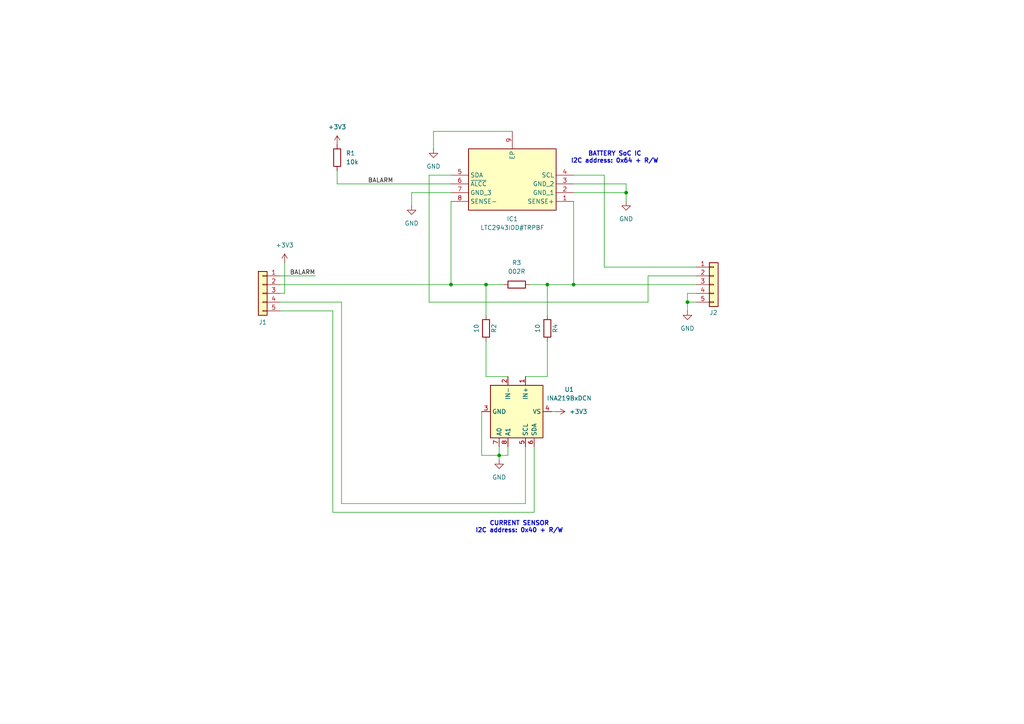
<source format=kicad_sch>
(kicad_sch (version 20250114) (generator "eeschema") (generator_version "9.0")
  (paper "A4")
  (title_block (title "Power Manager Breakout Board"))
  (lib_symbols
    (symbol "Connector_Generic:Conn_01x05" (pin_names (offset 1.016) (hide yes))
      (property "Reference" "J" (at 0 7.62 0))
      (property "Value" "Conn_01x05" (at 0 -7.62 0))
      (symbol "Conn_01x05_1_1"
        (rectangle (start -1.27 6.35) (end 1.27 -6.35) (stroke (width 0.254)) (fill (type background)))
        (rectangle (start -1.27 5.207) (end 0 4.953) (stroke (width 0.1524)))
        (rectangle (start -1.27 2.667) (end 0 2.413) (stroke (width 0.1524)))
        (rectangle (start -1.27 0.127) (end 0 -0.127) (stroke (width 0.1524)))
        (rectangle (start -1.27 -2.413) (end 0 -2.667) (stroke (width 0.1524)))
        (rectangle (start -1.27 -4.953) (end 0 -5.207) (stroke (width 0.1524)))
        (pin passive line (at -5.08 5.08 0) (length 3.81) (name "Pin_1") (number "1"))
        (pin passive line (at -5.08 2.54 0) (length 3.81) (name "Pin_2") (number "2"))
        (pin passive line (at -5.08 0 0) (length 3.81) (name "Pin_3") (number "3"))
        (pin passive line (at -5.08 -2.54 0) (length 3.81) (name "Pin_4") (number "4"))
        (pin passive line (at -5.08 -5.08 0) (length 3.81) (name "Pin_5") (number "5"))
      )
    )
    (symbol "Device:R" (pin_numbers (hide yes)) (pin_names (offset 0))
      (property "Reference" "R" (at 2.032 0 90))
      (property "Value" "R" (at 0 0 90))
      (symbol "R_0_1"
        (rectangle (start -1.016 -2.54) (end 1.016 2.54) (stroke (width 0.254)))
      )
      (symbol "R_1_1"
        (pin passive line (at 0 3.81 270) (length 1.27) (name "~") (number "1"))
        (pin passive line (at 0 -3.81 90) (length 1.27) (name "~") (number "2"))
      )
    )
    (symbol "Sensor_Energy:INA219BxDCN"
      (property "Reference" "U" (at -6.35 8.89 0))
      (property "Value" "INA219BxDCN" (at 6.35 8.89 0))
      (symbol "INA219BxDCN_0_1"
        (rectangle (start -7.62 7.62) (end 7.62 -7.62) (stroke (width 0.254)) (fill (type background)))
      )
      (symbol "INA219BxDCN_1_1"
        (pin input line (at -10.16 2.54 0) (length 2.54) (name "IN+") (number "1"))
        (pin input line (at -10.16 -2.54 0) (length 2.54) (name "IN-") (number "2"))
        (pin power_in line (at 0 10.16 270) (length 2.54) (name "VS") (number "4"))
        (pin power_in line (at 0 -10.16 90) (length 2.54) (name "GND") (number "3"))
        (pin bidirectional line (at 10.16 5.08 180) (length 2.54) (name "SDA") (number "6"))
        (pin input line (at 10.16 2.54 180) (length 2.54) (name "SCL") (number "5"))
        (pin input line (at 10.16 -2.54 180) (length 2.54) (name "A1") (number "8"))
        (pin input line (at 10.16 -5.08 180) (length 2.54) (name "A0") (number "7"))
      )
    )
    (symbol "dodo-device:LTC2943IDD#TRPBF"
      (property "Reference" "IC" (at 13.97 13.97 0))
      (property "Value" "LTC2943IDD#TRPBF" (at 13.97 11.43 0))
      (symbol "LTC2943IDD#TRPBF_1_1"
        (rectangle (start -12.7 8.89) (end 12.7 -8.89) (stroke (width 0.254)) (fill (type background)))
        (pin passive line (at -17.78 6.35 0) (length 5.08) (name "SENSE+") (number "1"))
        (pin passive line (at -17.78 3.81 0) (length 5.08) (name "GND_1") (number "2"))
        (pin passive line (at -17.78 1.27 0) (length 5.08) (name "GND_2") (number "3"))
        (pin passive line (at -17.78 -1.27 0) (length 5.08) (name "SCL") (number "4"))
        (pin passive line (at 0 -13.97 90) (length 5.08) (name "EP") (number "9"))
        (pin passive line (at 17.78 6.35 180) (length 5.08) (name "SENSE-") (number "8"))
        (pin passive line (at 17.78 3.81 180) (length 5.08) (name "GND_3") (number "7"))
        (pin passive line (at 17.78 1.27 180) (length 5.08) (name "~{ALCC}") (number "6"))
        (pin passive line (at 17.78 -1.27 180) (length 5.08) (name "SDA") (number "5"))
      )
    )
    (symbol "power:+3V3" (power) (pin_numbers (hide yes)) (pin_names (offset 0) (hide yes))
      (property "Value" "+3V3" (at 0 3.556 0))
      (symbol "+3V3_0_1"
        (polyline (pts (xy -0.762 1.27) (xy 0 2.54)))
        (polyline (pts (xy 0 2.54) (xy 0.762 1.27)))
        (polyline (pts (xy 0 0) (xy 0 2.54)))
      )
      (symbol "+3V3_1_1"
        (pin power_in line (at 0 0 90) (length 0) (name "~") (number "1"))
      )
    )
    (symbol "power:GND" (power) (pin_numbers (hide yes)) (pin_names (offset 0) (hide yes))
      (property "Value" "GND" (at 0 -3.81 0))
      (symbol "GND_0_1"
        (polyline (pts (xy 0 0) (xy 0 -1.27) (xy 1.27 -1.27) (xy 0 -2.54) (xy -1.27 -1.27) (xy 0 -1.27)))
      )
      (symbol "GND_1_1"
        (pin power_in line (at 0 0 270) (length 0) (name "~") (number "1"))
      )
    )
  )
  (text "BATTERY SoC IC\nI2C address: 0x64 + R/W" (at 178.308 45.72 0) (effects (font (size 1.27 1.27) (thickness 0.254) (bold yes))))
  (text "CURRENT SENSOR\nI2C address: 0x40 + R/W" (at 150.622 152.908 0) (effects (font (size 1.27 1.27) (thickness 0.254) (bold yes))))
  (junction (at 158.75 82.55))
  (junction (at 199.39 87.63))
  (junction (at 130.81 82.55))
  (junction (at 181.61 55.88))
  (junction (at 166.37 82.55))
  (junction (at 144.78 132.08))
  (junction (at 140.97 82.55))
  (wire (pts (xy 166.37 82.55) (xy 201.93 82.55)))
  (wire (pts (xy 139.7 119.38) (xy 139.7 132.08)))
  (wire (pts (xy 130.81 55.88) (xy 119.38 55.88)))
  (wire (pts (xy 97.79 53.34) (xy 130.81 53.34)))
  (wire (pts (xy 154.94 148.59) (xy 96.52 148.59)))
  (wire (pts (xy 130.81 50.8) (xy 124.46 50.8)))
  (wire (pts (xy 199.39 90.17) (xy 199.39 87.63)))
  (wire (pts (xy 148.59 38.1) (xy 125.73 38.1)))
  (wire (pts (xy 81.28 82.55) (xy 130.81 82.55)))
  (wire (pts (xy 140.97 109.22) (xy 147.32 109.22)))
  (wire (pts (xy 140.97 82.55) (xy 146.05 82.55)))
  (wire (pts (xy 199.39 87.63) (xy 201.93 87.63)))
  (wire (pts (xy 82.55 76.2) (xy 82.55 85.09)))
  (wire (pts (xy 158.75 99.06) (xy 158.75 109.22)))
  (wire (pts (xy 130.81 82.55) (xy 140.97 82.55)))
  (wire (pts (xy 153.67 82.55) (xy 158.75 82.55)))
  (wire (pts (xy 144.78 132.08) (xy 144.78 133.35)))
  (wire (pts (xy 125.73 38.1) (xy 125.73 43.18)))
  (wire (pts (xy 199.39 85.09) (xy 199.39 87.63)))
  (wire (pts (xy 154.94 129.54) (xy 154.94 148.59)))
  (wire (pts (xy 130.81 58.42) (xy 130.81 82.55)))
  (wire (pts (xy 175.26 50.8) (xy 175.26 77.47)))
  (wire (pts (xy 181.61 55.88) (xy 181.61 58.42)))
  (wire (pts (xy 201.93 80.01) (xy 187.96 80.01)))
  (wire (pts (xy 152.4 146.05) (xy 99.06 146.05)))
  (wire (pts (xy 158.75 82.55) (xy 158.75 91.44)))
  (wire (pts (xy 158.75 109.22) (xy 152.4 109.22)))
  (wire (pts (xy 158.75 82.55) (xy 166.37 82.55)))
  (wire (pts (xy 140.97 99.06) (xy 140.97 109.22)))
  (wire (pts (xy 144.78 129.54) (xy 144.78 132.08)))
  (wire (pts (xy 181.61 53.34) (xy 181.61 55.88)))
  (wire (pts (xy 140.97 82.55) (xy 140.97 91.44)))
  (wire (pts (xy 119.38 55.88) (xy 119.38 59.69)))
  (wire (pts (xy 97.79 49.53) (xy 97.79 53.34)))
  (wire (pts (xy 175.26 77.47) (xy 201.93 77.47)))
  (wire (pts (xy 147.32 129.54) (xy 147.32 132.08)))
  (wire (pts (xy 99.06 146.05) (xy 99.06 87.63)))
  (wire (pts (xy 81.28 80.01) (xy 91.44 80.01)))
  (wire (pts (xy 187.96 80.01) (xy 187.96 87.63)))
  (wire (pts (xy 147.32 132.08) (xy 144.78 132.08)))
  (wire (pts (xy 82.55 85.09) (xy 81.28 85.09)))
  (wire (pts (xy 166.37 53.34) (xy 181.61 53.34)))
  (wire (pts (xy 152.4 129.54) (xy 152.4 146.05)))
  (wire (pts (xy 124.46 87.63) (xy 187.96 87.63)))
  (wire (pts (xy 99.06 87.63) (xy 81.28 87.63)))
  (wire (pts (xy 166.37 50.8) (xy 175.26 50.8)))
  (wire (pts (xy 199.39 85.09) (xy 201.93 85.09)))
  (wire (pts (xy 96.52 90.17) (xy 81.28 90.17)))
  (wire (pts (xy 161.29 119.38) (xy 160.02 119.38)))
  (wire (pts (xy 144.78 132.08) (xy 139.7 132.08)))
  (wire (pts (xy 166.37 58.42) (xy 166.37 82.55)))
  (wire (pts (xy 96.52 148.59) (xy 96.52 90.17)))
  (wire (pts (xy 166.37 55.88) (xy 181.61 55.88)))
  (wire (pts (xy 124.46 50.8) (xy 124.46 87.63)))
  (label "BALARM" (at 106.68 53.34 0))
  (label "BALARM" (at 91.44 80.01 180))
  (symbol (lib_id "Device:R") (at 140.97 95.25 0) (unit 1)
    (property "Reference" "R2" (at 143.256 95.25 90))
    (property "Value" "10" (at 138.176 95.25 90))
    (property "Footprint" "Resistor_SMD:R_0805_2012Metric_Pad1.20x1.40mm_HandSolder" (effects (hide yes)))
    (property "Description" "Resistor" (effects (hide yes)))
  )
  (symbol (lib_id "Device:R") (at 149.86 82.55 90) (unit 1)
    (property "Reference" "R3" (at 149.86 76.2 90))
    (property "Value" "002R" (at 149.86 78.74 90))
    (property "Footprint" "Resistor_SMD:R_2512_6332Metric_Pad1.40x3.35mm_HandSolder" (effects (hide yes)))
    (property "Description" "Resistor" (effects (hide yes)))
  )
  (symbol (lib_id "power:GND") (at 181.61 58.42 0) (unit 1)
    (property "Reference" "#PWR07" (effects (hide yes)))
    (property "Value" "GND" (at 181.61 63.5 0))
    (property "Description" "Power symbol creates a global label with name \"GND\" , ground" (effects (hide yes)))
  )
  (symbol (lib_id "power:GND") (at 119.38 59.69 0) (unit 1)
    (property "Reference" "#PWR03" (effects (hide yes)))
    (property "Value" "GND" (at 119.38 64.77 0))
    (property "Description" "Power symbol creates a global label with name \"GND\" , ground" (effects (hide yes)))
  )
  (symbol (lib_id "dodo-device:LTC2943IDD#TRPBF") (at 148.59 52.07 180) (unit 1)
    (property "Reference" "IC1" (at 148.59 63.5 0))
    (property "Value" "LTC2943IDD#TRPBF" (at 148.59 66.04 0))
    (property "Footprint" "Package_DFN_QFN:DFN-8-1EP_3x3mm_P0.5mm_EP1.66x2.38mm" (effects (hide yes)))
    (property "Datasheet" "https://www.mouser.in/datasheet/2/609/2943fa-1271567.pdf" (effects (hide yes)))
    (property "Description" "Battery Management 20V Battery Gas Gauge with Voltage, Current & Temperature Measurement" (effects (hide yes)))
    (property "Height" "0.8" (effects (hide yes)))
    (property "Mouser Part Number" "584-LTC2943IDD#TRPBF" (effects (hide yes)))
    (property "Mouser Price/Stock" "https://www.mouser.co.uk/ProductDetail/Analog-Devices/LTC2943IDDTRPBF?qs=hVkxg5c3xu8j%252BJ6DK3jV8w%3D%3D" (effects (hide yes)))
    (property "Manufacturer_Name" "Analog Devices" (effects (hide yes)))
    (property "Manufacturer_Part_Number" "LTC2943IDD#TRPBF" (effects (hide yes)))
  )
  (symbol (lib_id "power:+3V3") (at 82.55 76.2 0) (unit 1)
    (property "Reference" "#PWR01" (effects (hide yes)))
    (property "Value" "+3V3" (at 82.55 71.12 0))
    (property "Description" "Power symbol creates a global label with name \"+3V3\"" (effects (hide yes)))
  )
  (symbol (lib_id "power:+3V3") (at 97.79 41.91 0) (unit 1)
    (property "Reference" "#PWR02" (effects (hide yes)))
    (property "Value" "+3V3" (at 97.79 36.83 0))
    (property "Description" "Power symbol creates a global label with name \"+3V3\"" (effects (hide yes)))
  )
  (symbol (lib_id "Device:R") (at 158.75 95.25 0) (unit 1)
    (property "Reference" "R4" (at 161.036 95.25 90))
    (property "Value" "10" (at 155.956 95.25 90))
    (property "Footprint" "Resistor_SMD:R_0805_2012Metric_Pad1.20x1.40mm_HandSolder" (effects (hide yes)))
    (property "Description" "Resistor" (effects (hide yes)))
  )
  (symbol (lib_id "power:GND") (at 144.78 133.35 0) (unit 1)
    (property "Reference" "#PWR05" (effects (hide yes)))
    (property "Value" "GND" (at 144.78 138.43 0))
    (property "Description" "Power symbol creates a global label with name \"GND\" , ground" (effects (hide yes)))
  )
  (symbol (lib_id "Connector_Generic:Conn_01x05") (at 76.2 85.09 0) (mirror y) (unit 1)
    (property "Reference" "J1" (at 76.2 93.472 0))
    (property "Value" "Conn_01x05" (effects (hide yes)))
    (property "Footprint" "Connector_PinHeader_2.54mm:PinHeader_1x05_P2.54mm_Vertical_SMD_Pin1Left" (effects (hide yes)))
    (property "Description" "Generic connector, single row, 01x05, script generated (kicad-library-utils/schlib/autogen/connector/)" (effects (hide yes)))
  )
  (symbol (lib_id "Device:R") (at 97.79 45.72 0) (unit 1)
    (property "Reference" "R1" (at 100.33 44.4499 0) (effects (justify left)))
    (property "Value" "10k" (at 100.33 46.9899 0) (effects (justify left)))
    (property "Footprint" "Resistor_SMD:R_0805_2012Metric_Pad1.20x1.40mm_HandSolder" (effects (hide yes)))
    (property "Description" "Resistor" (effects (hide yes)))
  )
  (symbol (lib_id "Connector_Generic:Conn_01x05") (at 207.01 82.55 0) (unit 1)
    (property "Reference" "J2" (at 205.74 90.678 0) (effects (justify left)))
    (property "Value" "Conn_01x05" (effects (hide yes)))
    (property "Footprint" "Connector_PinHeader_2.54mm:PinHeader_1x05_P2.54mm_Vertical_SMD_Pin1Left" (effects (hide yes)))
    (property "Description" "Generic connector, single row, 01x05, script generated (kicad-library-utils/schlib/autogen/connector/)" (effects (hide yes)))
  )
  (symbol (lib_id "power:GND") (at 125.73 43.18 0) (unit 1)
    (property "Reference" "#PWR04" (effects (hide yes)))
    (property "Value" "GND" (at 125.73 48.26 0))
    (property "Description" "Power symbol creates a global label with name \"GND\" , ground" (effects (hide yes)))
  )
  (symbol (lib_id "Sensor_Energy:INA219BxDCN") (at 149.86 119.38 270) (unit 1)
    (property "Reference" "U1" (at 165.1 112.9598 90))
    (property "Value" "INA219BxDCN" (at 165.1 115.4998 90))
    (property "Footprint" "Package_TO_SOT_SMD:SOT-23-8" (effects (hide yes)))
    (property "Datasheet" "http://www.ti.com/lit/ds/symlink/ina219.pdf" (effects (hide yes)))
    (property "Description" "Zero-Drift, HighAccuracy, Bidirectional Current/Power Monitor (0-26V) With I2C Interface, SOT-23-8" (effects (hide yes)))
  )
  (symbol (lib_id "power:+3V3") (at 161.29 119.38 270) (unit 1)
    (property "Reference" "#PWR06" (effects (hide yes)))
    (property "Value" "+3V3" (at 165.1 119.3799 90) (effects (justify left)))
    (property "Description" "Power symbol creates a global label with name \"+3V3\"" (effects (hide yes)))
  )
  (symbol (lib_id "power:GND") (at 199.39 90.17 0) (unit 1)
    (property "Reference" "#PWR08" (effects (hide yes)))
    (property "Value" "GND" (at 199.39 95.25 0))
    (property "Description" "Power symbol creates a global label with name \"GND\" , ground" (effects (hide yes)))
  )
)
</source>
